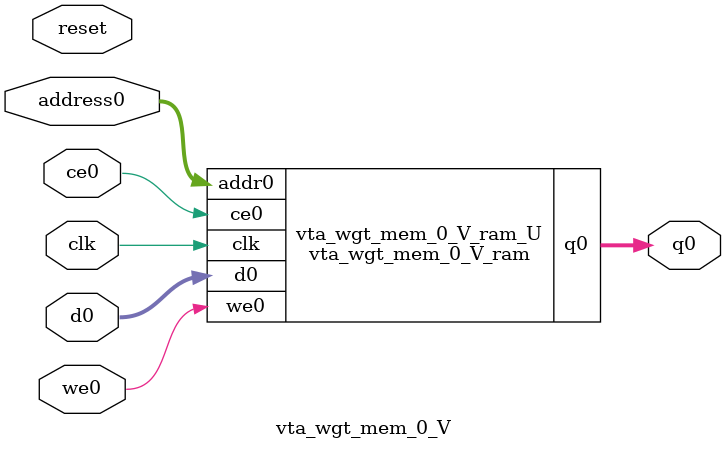
<source format=v>

`timescale 1 ns / 1 ps
module vta_wgt_mem_0_V_ram (addr0, ce0, d0, we0, q0,  clk);

parameter DWIDTH = 128;
parameter AWIDTH = 10;
parameter MEM_SIZE = 1024;

input[AWIDTH-1:0] addr0;
input ce0;
input[DWIDTH-1:0] d0;
input we0;
output reg[DWIDTH-1:0] q0;
input clk;

(* ram_style = "block" *)reg [DWIDTH-1:0] ram[0:MEM_SIZE-1];




always @(posedge clk)  
begin 
    if (ce0) 
    begin
        if (we0) 
        begin 
            ram[addr0] <= d0; 
            q0 <= d0;
        end 
        else 
            q0 <= ram[addr0];
    end
end


endmodule


`timescale 1 ns / 1 ps
module vta_wgt_mem_0_V(
    reset,
    clk,
    address0,
    ce0,
    we0,
    d0,
    q0);

parameter DataWidth = 32'd128;
parameter AddressRange = 32'd1024;
parameter AddressWidth = 32'd10;
input reset;
input clk;
input[AddressWidth - 1:0] address0;
input ce0;
input we0;
input[DataWidth - 1:0] d0;
output[DataWidth - 1:0] q0;



vta_wgt_mem_0_V_ram vta_wgt_mem_0_V_ram_U(
    .clk( clk ),
    .addr0( address0 ),
    .ce0( ce0 ),
    .d0( d0 ),
    .we0( we0 ),
    .q0( q0 ));

endmodule


</source>
